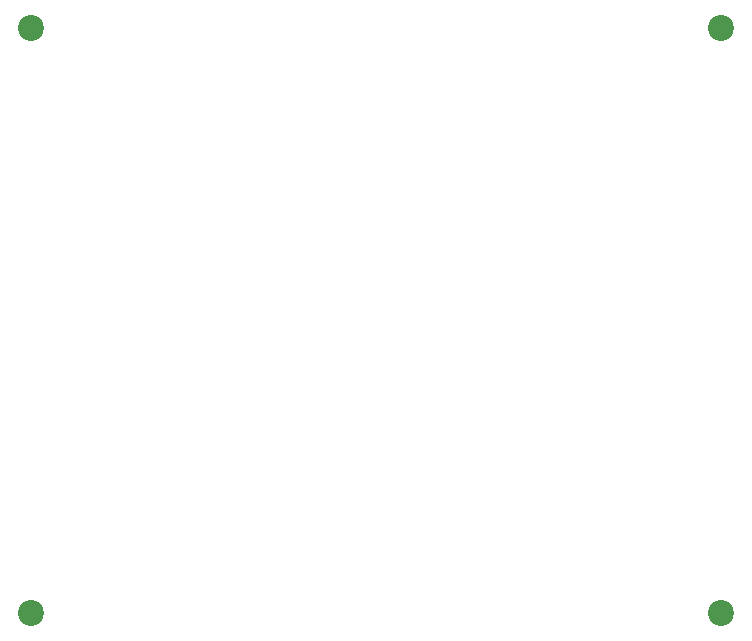
<source format=gbr>
%TF.GenerationSoftware,KiCad,Pcbnew,(5.1.9)-1*%
%TF.CreationDate,2021-11-05T14:23:15+00:00*%
%TF.ProjectId,Halogen discharger,48616c6f-6765-46e2-9064-697363686172,rev?*%
%TF.SameCoordinates,Original*%
%TF.FileFunction,Soldermask,Top*%
%TF.FilePolarity,Negative*%
%FSLAX46Y46*%
G04 Gerber Fmt 4.6, Leading zero omitted, Abs format (unit mm)*
G04 Created by KiCad (PCBNEW (5.1.9)-1) date 2021-11-05 14:23:15*
%MOMM*%
%LPD*%
G01*
G04 APERTURE LIST*
%ADD10C,2.200000*%
G04 APERTURE END LIST*
D10*
%TO.C,H4*%
X186690000Y-153670000D03*
%TD*%
%TO.C,H3*%
X128270000Y-153670000D03*
%TD*%
%TO.C,H2*%
X186690000Y-104140000D03*
%TD*%
%TO.C,H1*%
X128270000Y-104140000D03*
%TD*%
M02*

</source>
